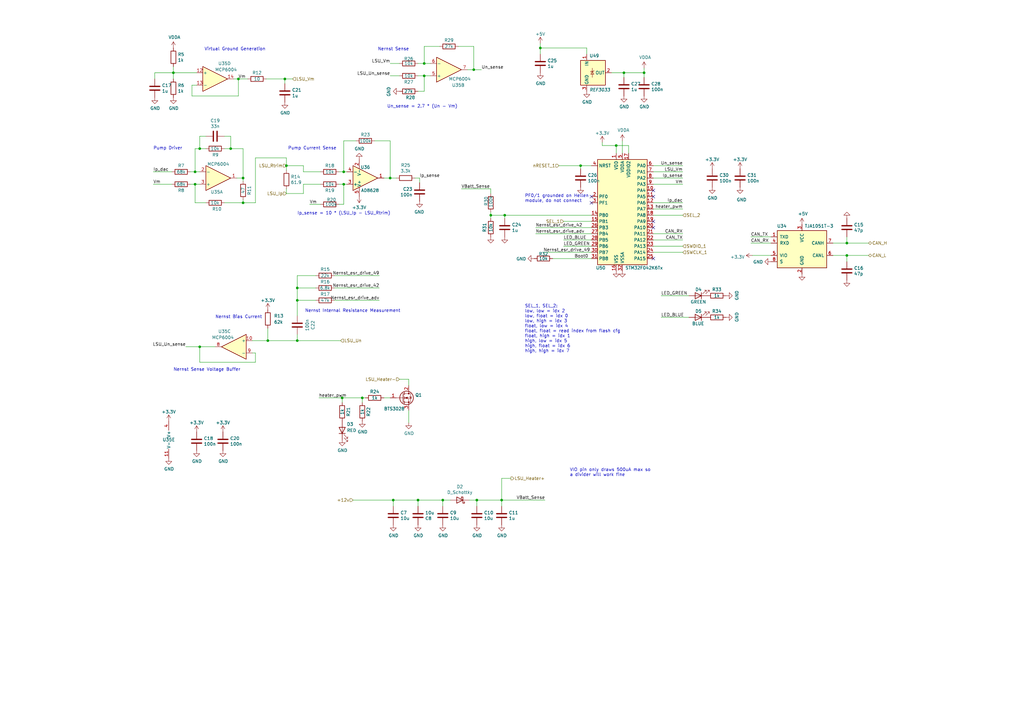
<source format=kicad_sch>
(kicad_sch (version 20231120) (generator "eeschema") (generator_version "8.0")
  (paper "A3")
  (junction (at 173.99 31.115))
  (junction (at 80.01 70.485))
  (junction (at 238.125 67.945))
  (junction (at 221.615 19.685))
  (junction (at 140.335 163.195))
  (junction (at 81.915 142.24))
  (junction (at 207.01 88.265))
  (junction (at 194.31 28.575))
  (junction (at 97.79 32.385))
  (junction (at 148.59 163.195))
  (junction (at 255.905 29.845))
  (junction (at 116.84 32.385))
  (junction (at 252.73 59.69))
  (junction (at 121.92 139.7))
  (junction (at 117.475 67.945))
  (junction (at 201.295 88.265))
  (junction (at 161.29 205.105))
  (junction (at 94.615 60.96))
  (junction (at 160.02 73.025))
  (junction (at 121.92 118.11))
  (junction (at 80.01 75.565))
  (junction (at 99.695 73.025))
  (junction (at 205.74 205.105))
  (junction (at 347.345 99.695))
  (junction (at 71.12 29.845))
  (junction (at 264.16 29.845))
  (junction (at 81.915 60.96))
  (junction (at 109.855 139.7))
  (junction (at 121.92 123.19))
  (junction (at 347.345 104.775))
  (junction (at 195.58 205.105))
  (junction (at 181.61 205.105))
  (junction (at 99.695 83.185))
  (junction (at 140.97 75.565))
  (junction (at 171.45 205.105))
  (junction (at 140.97 70.485))
  (junction (at 173.99 26.035))
  (no_connect (at 242.57 83.185))
  (no_connect (at 267.97 80.645))
  (no_connect (at 242.57 80.645))
  (no_connect (at 267.97 78.105))
  (no_connect (at 267.97 106.045))
  (no_connect (at 267.97 90.805))
  (no_connect (at 267.97 93.345))
  (wire (pts (xy 124.46 79.375) (xy 117.475 79.375)))
  (wire (pts (xy 140.97 75.565) (xy 142.24 75.565)))
  (wire (pts (xy 201.295 88.265) (xy 207.01 88.265)))
  (wire (pts (xy 117.475 64.77) (xy 117.475 67.945)))
  (wire (pts (xy 99.695 83.185) (xy 99.695 81.915)))
  (wire (pts (xy 94.615 55.88) (xy 94.615 60.96)))
  (wire (pts (xy 267.97 67.945) (xy 280.035 67.945)))
  (wire (pts (xy 97.79 32.385) (xy 95.885 32.385)))
  (wire (pts (xy 81.915 142.24) (xy 88.265 142.24)))
  (wire (pts (xy 116.84 32.385) (xy 109.22 32.385)))
  (wire (pts (xy 84.455 55.88) (xy 81.915 55.88)))
  (wire (pts (xy 71.12 29.845) (xy 71.12 32.385)))
  (wire (pts (xy 104.775 148.59) (xy 104.775 144.78)))
  (wire (pts (xy 207.01 88.265) (xy 242.57 88.265)))
  (wire (pts (xy 173.99 37.465) (xy 171.45 37.465)))
  (wire (pts (xy 240.665 19.685) (xy 221.615 19.685)))
  (wire (pts (xy 80.01 60.96) (xy 81.915 60.96)))
  (wire (pts (xy 201.295 88.265) (xy 201.295 89.535)))
  (wire (pts (xy 176.53 26.035) (xy 173.99 26.035)))
  (wire (pts (xy 231.14 98.425) (xy 242.57 98.425)))
  (wire (pts (xy 148.59 163.195) (xy 148.59 165.1)))
  (wire (pts (xy 78.105 70.485) (xy 80.01 70.485)))
  (wire (pts (xy 173.99 26.035) (xy 173.99 19.05)))
  (wire (pts (xy 78.74 39.37) (xy 97.79 39.37)))
  (wire (pts (xy 127 83.82) (xy 131.445 83.82)))
  (wire (pts (xy 195.58 207.645) (xy 195.58 205.105)))
  (wire (pts (xy 92.075 55.88) (xy 94.615 55.88)))
  (wire (pts (xy 109.855 134.62) (xy 109.855 139.7)))
  (wire (pts (xy 99.695 74.295) (xy 99.695 73.025)))
  (wire (pts (xy 116.84 34.29) (xy 116.84 32.385)))
  (wire (pts (xy 161.29 207.645) (xy 161.29 205.105)))
  (wire (pts (xy 139.065 70.485) (xy 140.97 70.485)))
  (wire (pts (xy 316.23 99.695) (xy 307.975 99.695)))
  (wire (pts (xy 242.57 67.945) (xy 238.125 67.945)))
  (wire (pts (xy 267.97 98.425) (xy 280.035 98.425)))
  (wire (pts (xy 155.575 118.11) (xy 137.16 118.11)))
  (wire (pts (xy 81.915 60.96) (xy 84.455 60.96)))
  (wire (pts (xy 267.97 100.965) (xy 280.035 100.965)))
  (wire (pts (xy 264.16 27.94) (xy 264.16 29.845)))
  (wire (pts (xy 139.065 83.82) (xy 140.97 83.82)))
  (wire (pts (xy 240.665 22.225) (xy 240.665 19.685)))
  (wire (pts (xy 80.01 83.185) (xy 80.01 75.565)))
  (wire (pts (xy 173.99 26.035) (xy 171.45 26.035)))
  (wire (pts (xy 78.105 75.565) (xy 80.01 75.565)))
  (wire (pts (xy 163.83 155.575) (xy 167.64 155.575)))
  (wire (pts (xy 189.23 77.47) (xy 201.295 77.47)))
  (wire (pts (xy 124.46 75.565) (xy 124.46 79.375)))
  (wire (pts (xy 160.02 31.115) (xy 163.83 31.115)))
  (wire (pts (xy 62.865 70.485) (xy 70.485 70.485)))
  (wire (pts (xy 242.57 90.805) (xy 231.14 90.805)))
  (wire (pts (xy 80.645 34.925) (xy 78.74 34.925)))
  (wire (pts (xy 280.035 95.885) (xy 267.97 95.885)))
  (wire (pts (xy 205.74 207.645) (xy 205.74 205.105)))
  (wire (pts (xy 109.855 139.7) (xy 121.92 139.7)))
  (wire (pts (xy 104.775 144.78) (xy 103.505 144.78)))
  (wire (pts (xy 104.775 83.185) (xy 104.775 64.77)))
  (wire (pts (xy 181.61 205.105) (xy 184.785 205.105)))
  (wire (pts (xy 247.015 59.69) (xy 252.73 59.69)))
  (wire (pts (xy 172.085 73.025) (xy 170.18 73.025)))
  (wire (pts (xy 160.02 73.025) (xy 162.56 73.025)))
  (wire (pts (xy 101.6 32.385) (xy 97.79 32.385)))
  (wire (pts (xy 226.695 106.045) (xy 242.57 106.045)))
  (wire (pts (xy 271.145 121.285) (xy 282.575 121.285)))
  (wire (pts (xy 80.01 75.565) (xy 81.915 75.565)))
  (wire (pts (xy 356.235 104.775) (xy 347.345 104.775)))
  (wire (pts (xy 192.405 205.105) (xy 195.58 205.105)))
  (wire (pts (xy 117.475 67.945) (xy 124.46 67.945)))
  (wire (pts (xy 173.99 31.115) (xy 176.53 31.115)))
  (wire (pts (xy 209.55 196.215) (xy 205.74 196.215)))
  (wire (pts (xy 139.065 75.565) (xy 140.97 75.565)))
  (wire (pts (xy 231.14 100.965) (xy 242.57 100.965)))
  (wire (pts (xy 121.92 113.03) (xy 129.54 113.03)))
  (wire (pts (xy 63.5 32.385) (xy 63.5 29.845)))
  (wire (pts (xy 257.81 59.69) (xy 257.81 62.865)))
  (wire (pts (xy 247.015 59.69) (xy 247.015 58.42)))
  (wire (pts (xy 181.61 207.645) (xy 181.61 205.105)))
  (wire (pts (xy 121.92 118.11) (xy 121.92 123.19)))
  (wire (pts (xy 80.01 60.96) (xy 80.01 70.485)))
  (wire (pts (xy 221.615 22.225) (xy 221.615 19.685)))
  (wire (pts (xy 84.455 83.185) (xy 80.01 83.185)))
  (wire (pts (xy 250.825 29.845) (xy 255.905 29.845)))
  (wire (pts (xy 71.12 27.305) (xy 71.12 29.845)))
  (wire (pts (xy 140.97 57.785) (xy 140.97 70.485)))
  (wire (pts (xy 172.085 74.93) (xy 172.085 73.025)))
  (wire (pts (xy 280.035 85.725) (xy 267.97 85.725)))
  (wire (pts (xy 167.64 155.575) (xy 167.64 158.115)))
  (wire (pts (xy 160.02 26.035) (xy 163.83 26.035)))
  (wire (pts (xy 171.45 205.105) (xy 181.61 205.105)))
  (wire (pts (xy 155.575 123.19) (xy 137.16 123.19)))
  (wire (pts (xy 76.2 142.24) (xy 81.915 142.24)))
  (wire (pts (xy 94.615 60.96) (xy 99.695 60.96)))
  (wire (pts (xy 140.97 75.565) (xy 140.97 83.82)))
  (wire (pts (xy 201.295 86.995) (xy 201.295 88.265)))
  (wire (pts (xy 252.73 59.69) (xy 257.81 59.69)))
  (wire (pts (xy 62.865 75.565) (xy 70.485 75.565)))
  (wire (pts (xy 124.46 67.945) (xy 124.46 70.485)))
  (wire (pts (xy 121.92 113.03) (xy 121.92 118.11)))
  (wire (pts (xy 124.46 70.485) (xy 131.445 70.485)))
  (wire (pts (xy 347.345 99.695) (xy 341.63 99.695)))
  (wire (pts (xy 120.015 32.385) (xy 116.84 32.385)))
  (wire (pts (xy 99.695 83.185) (xy 104.775 83.185)))
  (wire (pts (xy 255.905 29.845) (xy 264.16 29.845)))
  (wire (pts (xy 271.145 130.175) (xy 282.575 130.175)))
  (wire (pts (xy 280.035 83.185) (xy 267.97 83.185)))
  (wire (pts (xy 219.71 95.885) (xy 242.57 95.885)))
  (wire (pts (xy 308.61 104.775) (xy 316.23 104.775)))
  (wire (pts (xy 280.035 75.565) (xy 267.97 75.565)))
  (wire (pts (xy 103.505 139.7) (xy 109.855 139.7)))
  (wire (pts (xy 197.485 28.575) (xy 194.31 28.575)))
  (wire (pts (xy 99.695 73.025) (xy 97.155 73.025)))
  (wire (pts (xy 280.035 70.485) (xy 267.97 70.485)))
  (wire (pts (xy 307.975 97.155) (xy 316.23 97.155)))
  (wire (pts (xy 201.295 77.47) (xy 201.295 79.375)))
  (wire (pts (xy 267.97 88.265) (xy 280.035 88.265)))
  (wire (pts (xy 146.05 57.785) (xy 140.97 57.785)))
  (wire (pts (xy 92.075 60.96) (xy 94.615 60.96)))
  (wire (pts (xy 81.915 148.59) (xy 104.775 148.59)))
  (wire (pts (xy 81.915 142.24) (xy 81.915 148.59)))
  (wire (pts (xy 153.67 57.785) (xy 160.02 57.785)))
  (wire (pts (xy 222.885 103.505) (xy 242.57 103.505)))
  (wire (pts (xy 160.02 57.785) (xy 160.02 73.025)))
  (wire (pts (xy 121.92 139.7) (xy 121.92 137.16)))
  (wire (pts (xy 121.92 139.7) (xy 139.7 139.7)))
  (wire (pts (xy 238.125 67.945) (xy 229.235 67.945)))
  (wire (pts (xy 267.97 73.025) (xy 280.035 73.025)))
  (wire (pts (xy 160.02 73.025) (xy 157.48 73.025)))
  (wire (pts (xy 155.575 113.03) (xy 137.16 113.03)))
  (wire (pts (xy 194.31 28.575) (xy 191.77 28.575)))
  (wire (pts (xy 97.79 39.37) (xy 97.79 32.385)))
  (wire (pts (xy 173.99 37.465) (xy 173.99 31.115)))
  (wire (pts (xy 80.01 70.485) (xy 81.915 70.485)))
  (wire (pts (xy 205.74 205.105) (xy 223.52 205.105)))
  (wire (pts (xy 171.45 31.115) (xy 173.99 31.115)))
  (wire (pts (xy 104.775 64.77) (xy 117.475 64.77)))
  (wire (pts (xy 131.445 75.565) (xy 124.46 75.565)))
  (wire (pts (xy 167.64 173.355) (xy 167.64 168.275)))
  (wire (pts (xy 161.29 205.105) (xy 171.45 205.105)))
  (wire (pts (xy 121.92 123.19) (xy 121.92 129.54)))
  (wire (pts (xy 187.96 19.05) (xy 194.31 19.05)))
  (wire (pts (xy 280.035 103.505) (xy 267.97 103.505)))
  (wire (pts (xy 219.71 93.345) (xy 242.57 93.345)))
  (wire (pts (xy 149.86 163.195) (xy 148.59 163.195)))
  (wire (pts (xy 117.475 69.85) (xy 117.475 67.945)))
  (wire (pts (xy 144.78 205.105) (xy 161.29 205.105)))
  (wire (pts (xy 63.5 29.845) (xy 71.12 29.845)))
  (wire (pts (xy 140.335 165.1) (xy 140.335 163.195)))
  (wire (pts (xy 347.345 104.775) (xy 341.63 104.775)))
  (wire (pts (xy 92.075 83.185) (xy 99.695 83.185)))
  (wire (pts (xy 160.02 163.195) (xy 157.48 163.195)))
  (wire (pts (xy 140.335 163.195) (xy 148.59 163.195)))
  (wire (pts (xy 195.58 205.105) (xy 205.74 205.105)))
  (wire (pts (xy 71.12 29.845) (xy 80.645 29.845)))
  (wire (pts (xy 81.915 55.88) (xy 81.915 60.96)))
  (wire (pts (xy 121.92 118.11) (xy 129.54 118.11)))
  (wire (pts (xy 252.73 62.865) (xy 252.73 59.69)))
  (wire (pts (xy 205.74 196.215) (xy 205.74 205.105)))
  (wire (pts (xy 140.97 70.485) (xy 142.24 70.485)))
  (wire (pts (xy 221.615 19.685) (xy 221.615 17.78)))
  (wire (pts (xy 173.99 19.05) (xy 180.34 19.05)))
  (wire (pts (xy 238.125 69.215) (xy 238.125 67.945)))
  (wire (pts (xy 356.235 99.695) (xy 347.345 99.695)))
  (wire (pts (xy 117.475 77.47) (xy 117.475 79.375)))
  (wire (pts (xy 255.27 62.865) (xy 255.27 57.785)))
  (wire (pts (xy 78.74 34.925) (xy 78.74 39.37)))
  (wire (pts (xy 130.81 163.195) (xy 140.335 163.195)))
  (wire (pts (xy 347.345 97.155) (xy 347.345 99.695)))
  (wire (pts (xy 99.695 60.96) (xy 99.695 73.025)))
  (wire (pts (xy 171.45 205.105) (xy 171.45 207.645)))
  (wire (pts (xy 264.16 29.845) (xy 264.16 31.75)))
  (wire (pts (xy 121.92 123.19) (xy 129.54 123.19)))
  (wire (pts (xy 255.905 29.845) (xy 255.905 31.75)))
  (wire (pts (xy 347.345 104.775) (xy 347.345 107.315)))
  (wire (pts (xy 194.31 19.05) (xy 194.31 28.575)))
  (wire (pts (xy 207.01 89.535) (xy 207.01 88.265)))
  (text "Nernst Sense" (at 154.94 20.955 0) (effects (font (size 1.27 1.27)) (justify left bottom)))
  (text "VIO pin only draws 500uA max so\na divider will work fine" (at 233.68 195.58 0) (effects (font (size 1.27 1.27)) (justify left bottom)))
  (text "Nernst Internal Resistance Measurement" (at 125.095 128.27 0) (effects (font (size 1.27 1.27)) (justify left bottom)))
  (text "Pump Driver" (at 62.865 61.595 0) (effects (font (size 1.27 1.27)) (justify left bottom)))
  (text "Nernst Sense Voltage Buffer" (at 71.12 152.4 0) (effects (font (size 1.27 1.27)) (justify left bottom)))
  (text "Ip_sense = 10 * (LSU_Ip - LSU_Rtrim)" (at 121.92 88.265 0) (effects (font (size 1.27 1.27)) (justify left bottom)))
  (text "SEL_1, SEL_2:\nlow, low = idx 2\nlow, float = idx 0\nlow, high = idx 3\nfloat, low = idx 4\nfloat, float = read index from flash cfg\nfloat, high = idx 1\nhigh, low = idx 5\nhigh, float = idx 6\nhigh, high = idx 7\n" (at 215.265 144.78 0) (effects (font (size 1.27 1.27)) (justify left bottom)))
  (text "PF0/1 grounded on Hellen\nmodule, do not connect" (at 215.265 83.185 0) (effects (font (size 1.27 1.27)) (justify left bottom)))
  (text "Pump Current Sense" (at 118.11 61.595 0) (effects (font (size 1.27 1.27)) (justify left bottom)))
  (text "Un_sense = 2.7 * (Un - Vm)" (at 158.75 44.45 0) (effects (font (size 1.27 1.27)) (justify left bottom)))
  (text "Virtual Ground Generation" (at 83.82 20.955 0) (effects (font (size 1.27 1.27)) (justify left bottom)))
  (text "Nernst Bias Current" (at 88.265 130.81 0) (effects (font (size 1.27 1.27)) (justify left bottom)))
  (label "VBatt_Sense" (at 223.52 205.105 180))
  (label "Un_sense" (at 197.485 28.575 0))
  (label "Ip_dac" (at 280.035 83.185 180))
  (label "LSU_Vm" (at 280.035 70.485 180))
  (label "LED_GREEN" (at 271.145 121.285 0))
  (label "LED_BLUE" (at 231.14 98.425 0))
  (label "Vm" (at 97.79 32.385 0))
  (label "Un_sense" (at 280.035 67.945 180))
  (label "CAN_TX" (at 307.975 97.155 0))
  (label "LED_GREEN" (at 231.14 100.965 0))
  (label "LSU_Un_sense" (at 76.2 142.24 180))
  (label "LSU_Vm" (at 160.02 26.035 180))
  (label "LED_BLUE" (at 271.145 130.175 0))
  (label "Ip_dac" (at 62.865 70.485 0))
  (label "Boot0" (at 235.585 106.045 0))
  (label "VBatt_Sense" (at 189.23 77.47 0))
  (label "Nernst_esr_drive_42" (at 155.575 118.11 180))
  (label "Nernst_esr_drive_49" (at 155.575 113.03 180))
  (label "Nernst_esr_drive_adv" (at 219.71 95.885 0))
  (label "CAN_TX" (at 280.035 98.425 180))
  (label "Ip_sense" (at 172.085 73.025 0))
  (label "CAN_RX" (at 307.975 99.695 0))
  (label "Nernst_esr_drive_49" (at 222.885 103.505 0))
  (label "Nernst_esr_drive_adv" (at 155.575 123.19 180))
  (label "LSU_Un_sense" (at 160.02 31.115 180))
  (label "Ip_sense" (at 280.035 73.025 180))
  (label "Vm" (at 127 83.82 0))
  (label "Vm" (at 280.035 75.565 180))
  (label "Vm" (at 62.865 75.565 0))
  (label "Nernst_esr_drive_42" (at 219.71 93.345 0))
  (label "heater_pwm" (at 130.81 163.195 0))
  (label "heater_pwm" (at 280.035 85.725 180))
  (label "CAN_RX" (at 280.035 95.885 180))
  (hierarchical_label "SEL_1" (shape input) (at 231.14 90.805 180))
  (hierarchical_label "LSU_Heater+" (shape output) (at 209.55 196.215 0))
  (hierarchical_label "CAN_L" (shape bidirectional) (at 356.235 104.775 0))
  (hierarchical_label "nRESET_1" (shape input) (at 229.235 67.945 180))
  (hierarchical_label "SWCLK_1" (shape input) (at 280.035 103.505 0))
  (hierarchical_label "SEL_2" (shape input) (at 280.035 88.265 0))
  (hierarchical_label "SWDIO_1" (shape input) (at 280.035 100.965 0))
  (hierarchical_label "+12v" (shape input) (at 144.78 205.105 180) (property "Intersheetrefs" "${INTERSHEET_REFS}" (effects (hide yes))))
  (hierarchical_label "LSU_Ip" (shape input) (at 117.475 79.375 180))
  (hierarchical_label "LSU_Vm" (shape input) (at 120.015 32.385 0))
  (hierarchical_label "LSU_Rtrim" (shape input) (at 117.475 67.945 180))
  (hierarchical_label "LSU_Heater-" (shape input) (at 163.83 155.575 180))
  (hierarchical_label "LSU_Un" (shape input) (at 139.7 139.7 0))
  (hierarchical_label "CAN_H" (shape bidirectional) (at 356.235 99.695 0))
  (symbol (lib_id "Device:R") (at 149.86 57.785 270) (unit 1)
    (property "Reference" "R23" (at 149.86 55.245 90))
    (property "Value" "100k" (at 149.86 57.785 90))
    (property "Footprint" "Resistor_SMD:R_0402_1005Metric" (effects (hide yes)))
    (property "LCSC" "C25741" (effects (hide yes)))
    (property "PN" "RC0402FR-07100KL" (effects (hide yes)))
    (instances (project "ECUGDI" (path "" (reference "R23") (unit 1))) (project "wideband_controller" (path "" (reference "R17") (unit 1))))
  )
  (symbol (lib_id "Device:C") (at 63.5 36.195 0) (unit 1)
    (property "Reference" "C17" (at 66.421 35.0266 0) (effects (justify left)))
    (property "Value" "1u" (at 66.421 37.338 0) (effects (justify left)))
    (property "Footprint" "Capacitor_SMD:C_0402_1005Metric" (effects (hide yes)))
    (property "LCSC" "C52923" (effects (hide yes)))
    (property "PN" "CL05A105KA5NQNC" (effects (hide yes)))
    (instances (project "ECUGDI" (path "" (reference "C17") (unit 1))) (project "wideband_controller" (path "" (reference "C1") (unit 1))))
  )
  (symbol (lib_id "Device:R") (at 135.255 70.485 270) (unit 1)
    (property "Reference" "R18" (at 135.255 67.945 90))
    (property "Value" "10k" (at 135.255 70.485 90))
    (property "Footprint" "Resistor_SMD:R_0402_1005Metric" (effects (hide yes)))
    (property "LCSC" "C25744" (effects (hide yes)))
    (property "PN" "RC0402FR-0710KL" (effects (hide yes)))
    (instances (project "ECUGDI" (path "" (reference "R18") (unit 1))) (project "wideband_controller" (path "" (reference "R11") (unit 1))))
  )
  (symbol (lib_id "Device:R") (at 201.295 93.345 0) (unit 1)
    (property "Reference" "R31" (at 198.755 93.345 90))
    (property "Value" "10k" (at 201.295 93.345 90))
    (property "Footprint" "Resistor_SMD:R_0402_1005Metric" (effects (hide yes)))
    (property "LCSC" "C25744" (effects (hide yes)))
    (property "PN" "RC0402FR-0710KL" (effects (hide yes)))
    (instances (project "ECUGDI" (path "" (reference "R31") (unit 1))) (project "wideband_controller" (path "" (reference "R21") (unit 1))))
  )
  (symbol (lib_id "Device:C") (at 80.645 180.975 0) (unit 1)
    (property "Reference" "C18" (at 83.566 179.8066 0) (effects (justify left)))
    (property "Value" "100n" (at 83.566 182.118 0) (effects (justify left)))
    (property "Footprint" "Capacitor_SMD:C_0402_1005Metric" (effects (hide yes)))
    (property "LCSC" "C1525" (effects (hide yes)))
    (property "PN" "CL05B104KO5NNNC" (effects (hide yes)))
    (instances (project "ECUGDI" (path "" (reference "C18") (unit 1))) (project "wideband_controller" (path "" (reference "C14") (unit 1))))
  )
  (symbol (lib_id "Amplifier_Operational:MCP6004") (at 89.535 73.025 0) (mirror x) (unit 1)
    (property "Reference" "U35" (at 88.9 78.74 0))
    (property "Value" "MCP6004" (at 89.535 67.31 0))
    (property "Footprint" "Package_SO:TSSOP-14_4.4x5mm_P0.65mm" (effects (hide yes)))
    (property "Datasheet" "http://ww1.microchip.com/downloads/en/DeviceDoc/21733j.pdf" (effects (hide yes)))
    (property "LCSC" "C50282" (effects (hide yes)))
    (property "PN" "MCP6004T-I/ST" (effects (hide yes)))
    (instances (project "ECUGDI" (path "" (reference "U35") (unit 1))) (project "wideband_controller" (path "" (reference "U1") (unit 1))))
  )
  (symbol (lib_id "power:GND") (at 240.665 37.465 0) (unit 1)
    (property "Reference" "#PWR0291" (effects (hide yes)))
    (property "Value" "GND" (at 240.792 41.8592 0))
    (instances (project "ECUGDI" (path "" (reference "#PWR0291") (unit 1))) (project "wideband_controller" (path "" (reference "#PWR0115") (unit 1))))
  )
  (symbol (lib_id "Device:R") (at 153.67 163.195 270) (unit 1)
    (property "Reference" "R24" (at 153.67 160.655 90))
    (property "Value" "1k" (at 153.67 163.195 90))
    (property "Footprint" "Resistor_SMD:R_0402_1005Metric" (effects (hide yes)))
    (property "LCSC" "C11702" (effects (hide yes)))
    (property "PN" "RC0402FR-071KL" (effects (hide yes)))
    (instances (project "ECUGDI" (path "" (reference "R24") (unit 1))) (project "wideband_controller" (path "" (reference "R25") (unit 1))))
  )
  (symbol (lib_id "power:GND") (at 181.61 215.265 0) (unit 1)
    (property "Reference" "#PWR018" (effects (hide yes)))
    (property "Value" "GND" (at 181.737 219.6592 0))
    (instances (project "ECUGDI" (path "" (reference "#PWR018") (unit 1))) (project "board_carrier" (path "" (reference "#PWR0118") (unit 1))))
  )
  (symbol (lib_id "Device:D_Schottky") (at 188.595 205.105 180) (unit 1)
    (property "Reference" "D2" (at 188.595 199.6186 0))
    (property "Value" "D_Schottky" (at 188.595 201.93 0))
    (property "Footprint" "Diode_SMD:D_SMA" (effects (hide yes)))
    (property "LCSC" "C22452" (effects (hide yes)))
    (property "PN" "SS54" (effects (hide yes)))
  )
  (symbol (lib_id "power:GND") (at 255.27 111.125 0) (unit 1)
    (property "Reference" "#PWR0295" (effects (hide yes)))
    (property "Value" "GND" (effects (hide yes)))
    (instances (project "ECUGDI" (path "" (reference "#PWR0295") (unit 1))) (project "wideband_controller" (path "" (reference "#PWR0126") (unit 1))))
  )
  (symbol (lib_id "power:GND") (at 347.345 89.535 180) (unit 1)
    (property "Reference" "#PWR035" (effects (hide yes)))
    (property "Value" "GND" (effects (hide yes)))
    (instances (project "ECUGDI" (path "" (reference "#PWR035") (unit 1))) (project "board_carrier" (path "" (reference "#PWR0116") (unit 1))))
  )
  (symbol (lib_id "power:GND") (at 328.93 112.395 0) (unit 1)
    (property "Reference" "#PWR034" (effects (hide yes)))
    (property "Value" "GND" (effects (hide yes)))
    (instances (project "ECUGDI" (path "" (reference "#PWR034") (unit 1))) (project "board_carrier" (path "" (reference "#PWR0101") (unit 1))))
  )
  (symbol (lib_id "Device:C") (at 88.265 55.88 270) (unit 1)
    (property "Reference" "C19" (at 88.265 49.4792 90))
    (property "Value" "33n" (at 88.265 51.7906 90))
    (property "Footprint" "Capacitor_SMD:C_0402_1005Metric" (effects (hide yes)))
    (property "LCSC" "C1585" (effects (hide yes)))
    (property "PN" "CC0402KRX7R9BB333" (effects (hide yes)))
    (instances (project "ECUGDI" (path "" (reference "C19") (unit 1))) (project "wideband_controller" (path "" (reference "C3") (unit 1))))
  )
  (symbol (lib_id "power:VDDA") (at 264.16 27.94 0) (unit 1)
    (property "Reference" "#PWR0297" (effects (hide yes)))
    (property "Value" "VDDA" (at 264.5918 23.5458 0))
    (instances (project "ECUGDI" (path "" (reference "#PWR0297") (unit 1))) (project "wideband_controller" (path "" (reference "#PWR0136") (unit 1))))
  )
  (symbol (lib_id "power:GND") (at 167.64 173.355 0) (unit 1)
    (property "Reference" "#PWR05" (effects (hide yes)))
    (property "Value" "GND" (at 167.767 177.7492 0))
    (instances (project "ECUGDI" (path "" (reference "#PWR05") (unit 1))) (project "wideband_controller" (path "" (reference "#PWR0107") (unit 1))))
  )
  (symbol (lib_id "power:+3.3V") (at 247.015 58.42 0) (unit 1)
    (property "Reference" "#PWR083" (effects (hide yes)))
    (property "Value" "+3.3V" (at 247.015 54.61 0))
  )
  (symbol (lib_id "Device:C") (at 205.74 211.455 0) (unit 1)
    (property "Reference" "C11" (at 208.661 210.2866 0) (effects (justify left)))
    (property "Value" "1u" (at 208.661 212.598 0) (effects (justify left)))
    (property "Footprint" "Capacitor_SMD:C_0603_1608Metric" (effects (hide yes)))
    (property "LCSC" "C15849" (effects (hide yes)))
    (property "PN" "CL10A105KB8NNNC" (effects (hide yes)))
    (instances (project "ECUGDI" (path "" (reference "C11") (unit 1))) (project "board_carrier" (path "" (reference "C1") (unit 1))))
  )
  (symbol (lib_id "Device:C") (at 292.1 73.025 0) (unit 1)
    (property "Reference" "C30" (at 295.021 71.8566 0) (effects (justify left)))
    (property "Value" "100n" (at 295.021 74.168 0) (effects (justify left)))
    (property "Footprint" "Capacitor_SMD:C_0402_1005Metric" (effects (hide yes)))
    (property "LCSC" "C1525" (effects (hide yes)))
    (property "PN" "CL05B104KO5NNNC" (effects (hide yes)))
    (instances (project "ECUGDI" (path "" (reference "C30") (unit 1))) (project "wideband_controller" (path "" (reference "C12") (unit 1))))
  )
  (symbol (lib_id "Amplifier_Operational:MCP6004") (at 88.265 32.385 0) (unit 4)
    (property "Reference" "U35" (at 92.075 26.035 0))
    (property "Value" "MCP6004" (at 92.71 28.575 0))
    (property "Footprint" "Package_SO:TSSOP-14_4.4x5mm_P0.65mm" (effects (hide yes)))
    (property "Datasheet" "http://ww1.microchip.com/downloads/en/DeviceDoc/21733j.pdf" (effects (hide yes)))
    (property "LCSC" "C50282" (effects (hide yes)))
    (property "PN" "MCP6004T-I/ST" (effects (hide yes)))
    (instances (project "ECUGDI" (path "" (reference "U35") (unit 4))) (project "wideband_controller" (path "" (reference "U1") (unit 4))))
  )
  (symbol (lib_id "Device:R") (at 88.265 83.185 270) (unit 1)
    (property "Reference" "R10" (at 86.995 85.725 90) (effects (justify left)))
    (property "Value" "10k" (at 86.36 83.185 90) (effects (justify left)))
    (property "Footprint" "Resistor_SMD:R_0402_1005Metric" (effects (hide yes)))
    (property "LCSC" "C25744" (effects (hide yes)))
    (property "PN" "RC0402FR-0710KL" (effects (hide yes)))
    (instances (project "ECUGDI" (path "" (reference "R10") (unit 1))) (project "wideband_controller" (path "" (reference "R34") (unit 1))))
  )
  (symbol (lib_id "power:GND") (at 71.12 40.005 0) (unit 1)
    (property "Reference" "#PWR041" (effects (hide yes)))
    (property "Value" "GND" (at 71.247 44.3992 0))
    (instances (project "ECUGDI" (path "" (reference "#PWR041") (unit 1))) (project "wideband_controller" (path "" (reference "#PWR03") (unit 1))))
  )
  (symbol (lib_id "Amplifier_Operational:MCP6004") (at 95.885 142.24 0) (mirror y) (unit 3)
    (property "Reference" "U35" (at 92.075 135.89 0))
    (property "Value" "MCP6004" (at 91.44 138.43 0))
    (property "Footprint" "Package_SO:TSSOP-14_4.4x5mm_P0.65mm" (effects (hide yes)))
    (property "Datasheet" "http://ww1.microchip.com/downloads/en/DeviceDoc/21733j.pdf" (effects (hide yes)))
    (property "LCSC" "C50282" (effects (hide yes)))
    (property "PN" "MCP6004T-I/ST" (effects (hide yes)))
    (instances (project "ECUGDI" (path "" (reference "U35") (unit 3))) (project "wideband_controller" (path "" (reference "U1") (unit 3))))
  )
  (symbol (lib_id "Device:R") (at 133.35 113.03 90) (unit 1)
    (property "Reference" "R15" (at 133.35 110.49 90))
    (property "Value" "22k" (at 133.35 113.03 90))
    (property "Footprint" "Resistor_SMD:R_0402_1005Metric" (effects (hide yes)))
    (property "LCSC" "C25768" (effects (hide yes)))
    (property "PN" "RC0402FR-0722KL" (effects (hide yes)))
    (instances (project "ECUGDI" (path "" (reference "R15") (unit 1))) (project "wideband_controller" (path "" (reference "R6") (unit 1))))
  )
  (symbol (lib_id "power:GND") (at 255.905 39.37 0) (unit 1)
    (property "Reference" "#PWR0296" (effects (hide yes)))
    (property "Value" "GND" (at 256.032 43.7642 0))
    (instances (project "ECUGDI" (path "" (reference "#PWR0296") (unit 1))) (project "wideband_controller" (path "" (reference "#PWR022") (unit 1))))
  )
  (symbol (lib_id "power:GND") (at 221.615 29.845 0) (unit 1)
    (property "Reference" "#PWR0289" (effects (hide yes)))
    (property "Value" "GND" (at 221.742 34.2392 0))
    (instances (project "ECUGDI" (path "" (reference "#PWR0289") (unit 1))) (project "wideband_controller" (path "" (reference "#PWR0139") (unit 1))))
  )
  (symbol (lib_id "power:GND") (at 219.075 106.045 270) (unit 1)
    (property "Reference" "#PWR0281" (effects (hide yes)))
    (property "Value" "GND" (at 215.8238 106.172 90) (effects (justify right)))
    (instances (project "ECUGDI" (path "" (reference "#PWR0281") (unit 1))) (project "wideband_controller" (path "" (reference "#PWR0120") (unit 1))))
  )
  (symbol (lib_id "power:GND") (at 252.73 111.125 0) (unit 1)
    (property "Reference" "#PWR0293" (effects (hide yes)))
    (property "Value" "GND" (effects (hide yes)))
    (instances (project "ECUGDI" (path "" (reference "#PWR0293") (unit 1))) (project "wideband_controller" (path "" (reference "#PWR0105") (unit 1))))
  )
  (symbol (lib_id "Device:C") (at 171.45 211.455 0) (mirror x) (unit 1)
    (property "Reference" "C8" (at 174.371 212.6234 0) (effects (justify left)))
    (property "Value" "10u" (at 174.371 210.312 0) (effects (justify left)))
    (property "Footprint" "Capacitor_SMD:C_1206_3216Metric" (effects (hide yes)))
    (property "LCSC" "C13585" (effects (hide yes)))
    (property "PN" "CL31A106KBHNNNE" (effects (hide yes)))
  )
  (symbol (lib_id "power:GND") (at 80.645 184.785 0) (unit 1)
    (property "Reference" "#PWR043" (effects (hide yes)))
    (property "Value" "GND" (at 80.772 189.1792 0))
    (instances (project "ECUGDI" (path "" (reference "#PWR043") (unit 1))) (project "wideband_controller" (path "" (reference "#PWR0117") (unit 1))))
  )
  (symbol (lib_id "Device:R") (at 140.335 168.91 180) (unit 1)
    (property "Reference" "R21" (at 142.875 168.91 90))
    (property "Value" "1k" (at 140.335 168.91 90))
    (property "Footprint" "Resistor_SMD:R_0402_1005Metric" (effects (hide yes)))
    (property "LCSC" "C11702" (effects (hide yes)))
    (property "PN" "RC0402FR-071KL" (effects (hide yes)))
    (instances (project "ECUGDI" (path "" (reference "R21") (unit 1))) (project "wideband_controller" (path "" (reference "R27") (unit 1))))
  )
  (symbol (lib_id "Device:C") (at 303.53 73.025 0) (unit 1)
    (property "Reference" "C31" (at 306.451 71.8566 0) (effects (justify left)))
    (property "Value" "100n" (at 306.451 74.168 0) (effects (justify left)))
    (property "Footprint" "Capacitor_SMD:C_0402_1005Metric" (effects (hide yes)))
    (property "LCSC" "C1525" (effects (hide yes)))
    (property "PN" "CL05B104KO5NNNC" (effects (hide yes)))
    (instances (project "ECUGDI" (path "" (reference "C31") (unit 1))) (project "wideband_controller" (path "" (reference "C13") (unit 1))))
  )
  (symbol (lib_id "Device:R") (at 167.64 26.035 90) (unit 1)
    (property "Reference" "R26" (at 167.64 24.13 90))
    (property "Value" "10k" (at 167.64 26.035 90))
    (property "Footprint" "Resistor_SMD:R_0402_1005Metric" (effects (hide yes)))
    (property "LCSC" "C25744" (effects (hide yes)))
    (property "PN" "RC0402FR-0710KL" (effects (hide yes)))
    (instances (project "ECUGDI" (path "" (reference "R26") (unit 1))) (project "wideband_controller" (path "" (reference "R3") (unit 1))))
  )
  (symbol (lib_id "Device:C") (at 264.16 35.56 0) (unit 1)
    (property "Reference" "C28" (at 267.081 34.3916 0) (effects (justify left)))
    (property "Value" "100n" (at 267.081 36.703 0) (effects (justify left)))
    (property "Footprint" "Capacitor_SMD:C_0402_1005Metric" (effects (hide yes)))
    (property "LCSC" "C1525" (effects (hide yes)))
    (property "PN" "CL05B104KO5NNNC" (effects (hide yes)))
    (instances (project "ECUGDI" (path "" (reference "C28") (unit 1))) (project "wideband_controller" (path "" (reference "C9") (unit 1))))
  )
  (symbol (lib_id "Device:C") (at 91.44 180.975 0) (unit 1)
    (property "Reference" "C20" (at 94.361 179.8066 0) (effects (justify left)))
    (property "Value" "100n" (at 94.361 182.118 0) (effects (justify left)))
    (property "Footprint" "Capacitor_SMD:C_0402_1005Metric" (effects (hide yes)))
    (property "LCSC" "C1525" (effects (hide yes)))
    (property "PN" "CL05B104KO5NNNC" (effects (hide yes)))
    (instances (project "ECUGDI" (path "" (reference "C20") (unit 1))) (project "wideband_controller" (path "" (reference "C5") (unit 1))))
  )
  (symbol (lib_id "power:+5V") (at 221.615 17.78 0) (unit 1)
    (property "Reference" "#PWR0282" (effects (hide yes)))
    (property "Value" "+5V" (at 221.615 13.97 0))
    (instances (project "ECUGDI" (path "" (reference "#PWR0282") (unit 1))) (project "wideband_controller" (path "" (reference "#PWR0135") (unit 1))))
  )
  (symbol (lib_id "Device:R") (at 167.64 37.465 270) (unit 1)
    (property "Reference" "R28" (at 166.37 40.005 90) (effects (justify left)))
    (property "Value" "27k" (at 165.735 37.465 90) (effects (justify left)))
    (property "Footprint" "Resistor_SMD:R_0402_1005Metric" (effects (hide yes)))
    (property "LCSC" "C25771" (effects (hide yes)))
    (property "PN" "RC0402FR-0727KL" (effects (hide yes)))
    (instances (project "ECUGDI" (path "" (reference "R28") (unit 1))) (project "wideband_controller" (path "" (reference "R5") (unit 1))))
  )
  (symbol (lib_id "Device:R") (at 109.855 130.81 0) (unit 1)
    (property "Reference" "R13" (at 112.395 129.5399 0) (effects (justify left)))
    (property "Value" "62k" (at 112.395 132.0799 0) (effects (justify left)))
    (property "Footprint" "Resistor_SMD:R_0603_1608Metric" (effects (hide yes)))
    (property "LCSC" "C23221" (effects (hide yes)))
    (property "PN" "RC0603FR-0762KL" (effects (hide yes)))
    (instances (project "ECUGDI" (path "" (reference "R13") (unit 1))) (project "wideband_controller" (path "" (reference "R14") (unit 1))))
  )
  (symbol (lib_id "Device:C") (at 161.29 211.455 0) (unit 1)
    (property "Reference" "C7" (at 164.211 210.2866 0) (effects (justify left)))
    (property "Value" "10u" (at 164.211 212.598 0) (effects (justify left)))
    (property "Footprint" "Capacitor_SMD:C_1206_3216Metric" (effects (hide yes)))
    (property "LCSC" "C13585" (effects (hide yes)))
    (property "PN" "CL31A106KBHNNNE" (effects (hide yes)))
  )
  (symbol (lib_id "power:GND") (at 171.45 215.265 0) (unit 1)
    (property "Reference" "#PWR017" (effects (hide yes)))
    (property "Value" "GND" (at 171.577 219.6592 0))
    (instances (project "ECUGDI" (path "" (reference "#PWR017") (unit 1))) (project "board_carrier" (path "" (reference "#PWR0119") (unit 1))))
  )
  (symbol (lib_id "power:GND") (at 91.44 184.785 0) (unit 1)
    (property "Reference" "#PWR045" (effects (hide yes)))
    (property "Value" "GND" (at 91.567 189.1792 0))
    (instances (project "ECUGDI" (path "" (reference "#PWR045") (unit 1))) (project "wideband_controller" (path "" (reference "#PWR0127") (unit 1))))
  )
  (symbol (lib_id "power:+3.3V") (at 109.855 127 0) (unit 1)
    (property "Reference" "#PWR046" (effects (hide yes)))
    (property "Value" "+3.3V" (at 109.855 123.19 0))
  )
  (symbol (lib_id "Device:R") (at 135.255 75.565 270) (unit 1)
    (property "Reference" "R19" (at 135.255 78.105 90))
    (property "Value" "10k" (at 135.255 75.565 90))
    (property "Footprint" "Resistor_SMD:R_0402_1005Metric" (effects (hide yes)))
    (property "LCSC" "C25744" (effects (hide yes)))
    (property "PN" "RC0402FR-0710KL" (effects (hide yes)))
    (instances (project "ECUGDI" (path "" (reference "R19") (unit 1))) (project "wideband_controller" (path "" (reference "R12") (unit 1))))
  )
  (symbol (lib_id "power:+3.3V") (at 80.645 177.165 0) (unit 1)
    (property "Reference" "#PWR042" (effects (hide yes)))
    (property "Value" "+3.3V" (at 80.645 173.355 0))
  )
  (symbol (lib_id "Device:R") (at 133.35 118.11 90) (unit 1)
    (property "Reference" "R16" (at 133.35 115.57 90))
    (property "Value" "6.8k" (at 133.35 118.11 90))
    (property "Footprint" "Resistor_SMD:R_0402_1005Metric" (effects (hide yes)))
    (property "LCSC" "C25917" (effects (hide yes)))
    (property "PN" "RC0402FR-076K8L" (effects (hide yes)))
  )
  (symbol (lib_id "Device:R") (at 88.265 60.96 270) (unit 1)
    (property "Reference" "R9" (at 86.995 63.5 90) (effects (justify left)))
    (property "Value" "10k" (at 86.36 60.96 90) (effects (justify left)))
    (property "Footprint" "Resistor_SMD:R_0402_1005Metric" (effects (hide yes)))
    (property "LCSC" "C25744" (effects (hide yes)))
    (property "PN" "RC0402FR-0710KL" (effects (hide yes)))
    (instances (project "ECUGDI" (path "" (reference "R9") (unit 1))) (project "wideband_controller" (path "" (reference "R33") (unit 1))))
  )
  (symbol (lib_id "Device:C") (at 221.615 26.035 0) (unit 1)
    (property "Reference" "C25" (at 224.536 24.8666 0) (effects (justify left)))
    (property "Value" "1u" (at 224.536 27.178 0) (effects (justify left)))
    (property "Footprint" "Capacitor_SMD:C_0402_1005Metric" (effects (hide yes)))
    (property "LCSC" "C52923" (effects (hide yes)))
    (property "PN" "CL05A105KA5NQNC" (effects (hide yes)))
    (instances (project "ECUGDI" (path "" (reference "C25") (unit 1))) (project "wideband_controller" (path "" (reference "C17") (unit 1))))
  )
  (symbol (lib_id "Device:R") (at 71.12 23.495 0) (unit 1)
    (property "Reference" "R5" (at 72.898 22.3266 0) (effects (justify left)))
    (property "Value" "1k" (at 72.898 24.638 0) (effects (justify left)))
    (property "Footprint" "Resistor_SMD:R_0402_1005Metric" (effects (hide yes)))
    (property "LCSC" "C11702" (effects (hide yes)))
    (property "PN" "RC0402FR-071KL" (effects (hide yes)))
    (instances (project "ECUGDI" (path "" (reference "R5") (unit 1))) (project "wideband_controller" (path "" (reference "R1") (unit 1))))
  )
  (symbol (lib_id "Interface_CAN_LIN:TJA1051T-3") (at 328.93 102.235 0) (unit 1)
    (property "Reference" "U34" (at 320.675 92.71 0))
    (property "Value" "TJA1051T-3" (at 335.915 92.71 0))
    (property "Footprint" "Package_SO:SOIC-8_3.9x4.9mm_P1.27mm" (effects (hide yes)))
    (property "Datasheet" "http://www.nxp.com/documents/data_sheet/TJA1051.pdf" (effects (hide yes)))
    (property "LCSC" "C38695" (effects (hide yes)))
    (property "PN" "TJA1051T/3/1J" (effects (hide yes)))
    (instances (project "ECUGDI" (path "" (reference "U34") (unit 1))) (project "board_carrier" (path "" (reference "U1") (unit 1))))
  )
  (symbol (lib_id "Device:R") (at 294.005 121.285 270) (unit 1)
    (property "Reference" "R33" (at 294.005 118.745 90))
    (property "Value" "1k" (at 294.005 121.285 90))
    (property "Footprint" "Resistor_SMD:R_0402_1005Metric" (effects (hide yes)))
    (property "LCSC" "C11702" (effects (hide yes)))
    (property "PN" "RC0402FR-071KL" (effects (hide yes)))
    (instances (project "ECUGDI" (path "" (reference "R33") (unit 1))) (project "wideband_controller" (path "" (reference "R30") (unit 1))))
  )
  (symbol (lib_id "power:+3.3V") (at 303.53 69.215 0) (unit 1)
    (property "Reference" "#PWR081" (effects (hide yes)))
    (property "Value" "+3.3V" (at 303.53 65.405 0))
  )
  (symbol (lib_id "Device:LED") (at 140.335 176.53 90) (unit 1)
    (property "Reference" "D3" (at 142.24 173.99 90) (effects (justify right)))
    (property "Value" "RED" (at 142.24 176.53 90) (effects (justify right)))
    (property "Footprint" "LED_SMD:LED_0603_1608Metric" (effects (hide yes)))
    (property "LCSC" "C2286" (effects (hide yes)))
    (property "PN" "KT-0603R" (effects (hide yes)))
    (instances (project "ECUGDI" (path "" (reference "D3") (unit 1))) (project "wideband_controller" (path "" (reference "D1") (unit 1))))
  )
  (symbol (lib_id "power:GND") (at 161.29 215.265 0) (unit 1)
    (property "Reference" "#PWR016" (effects (hide yes)))
    (property "Value" "GND" (at 161.417 219.6592 0))
    (instances (project "ECUGDI" (path "" (reference "#PWR016") (unit 1))) (project "board_carrier" (path "" (reference "#PWR0120") (unit 1))))
  )
  (symbol (lib_id "power:GND") (at 172.085 82.55 0) (mirror y) (unit 1)
    (property "Reference" "#PWR0125" (effects (hide yes)))
    (property "Value" "GND" (at 171.958 86.9442 0))
    (instances (project "ECUGDI" (path "" (reference "#PWR0125") (unit 1))) (project "wideband_controller" (path "" (reference "#PWR0106") (unit 1))))
  )
  (symbol (lib_id "Device:C") (at 116.84 38.1 0) (unit 1)
    (property "Reference" "C21" (at 119.761 36.9316 0) (effects (justify left)))
    (property "Value" "1u" (at 119.761 39.243 0) (effects (justify left)))
    (property "Footprint" "Capacitor_SMD:C_0402_1005Metric" (effects (hide yes)))
    (property "LCSC" "C52923" (effects (hide yes)))
    (property "PN" "CL05A105KA5NQNC" (effects (hide yes)))
    (instances (project "ECUGDI" (path "" (reference "C21") (unit 1))) (project "wideband_controller" (path "" (reference "C4") (unit 1))))
  )
  (symbol (lib_id "power:GND") (at 69.215 187.96 0) (unit 1)
    (property "Reference" "#PWR039" (effects (hide yes)))
    (property "Value" "GND" (at 69.342 192.3542 0))
    (instances (project "ECUGDI" (path "" (reference "#PWR039") (unit 1))) (project "wideband_controller" (path "" (reference "#PWR0101") (unit 1))))
  )
  (symbol (lib_id "Device:C") (at 238.125 73.025 0) (unit 1)
    (property "Reference" "C26" (at 241.046 71.8566 0) (effects (justify left)))
    (property "Value" "100n" (at 241.046 74.168 0) (effects (justify left)))
    (property "Footprint" "Capacitor_SMD:C_0402_1005Metric" (effects (hide yes)))
    (property "LCSC" "C1525" (effects (hide yes)))
    (property "PN" "CL05B104KO5NNNC" (effects (hide yes)))
    (instances (project "ECUGDI" (path "" (reference "C26") (unit 1))) (project "wideband_controller" (path "" (reference "C16") (unit 1))))
  )
  (symbol (lib_id "Device:R") (at 99.695 78.105 180) (unit 1)
    (property "Reference" "R11" (at 102.235 78.105 90))
    (property "Value" "47" (at 99.695 78.105 90))
    (property "Footprint" "Resistor_SMD:R_0402_1005Metric" (effects (hide yes)))
    (property "LCSC" "C25118" (effects (hide yes)))
    (property "PN" "RC0402FR-0747RL" (effects (hide yes)))
    (instances (project "ECUGDI" (path "" (reference "R11") (unit 1))) (project "wideband_controller" (path "" (reference "R8") (unit 1))))
  )
  (symbol (lib_id "Device:R") (at 201.295 83.185 0) (unit 1)
    (property "Reference" "R30" (at 199.39 84.455 90) (effects (justify left)))
    (property "Value" "100k" (at 201.295 85.09 90) (effects (justify left)))
    (property "Footprint" "Resistor_SMD:R_0402_1005Metric" (effects (hide yes)))
    (property "LCSC" "C25741" (effects (hide yes)))
    (property "PN" "RC0402FR-07100KL" (effects (hide yes)))
    (instances (project "ECUGDI" (path "" (reference "R30") (unit 1))) (project "wideband_controller" (path "" (reference "R20") (unit 1))))
  )
  (symbol (lib_id "Device:C") (at 172.085 78.74 0) (mirror y) (unit 1)
    (property "Reference" "C23" (at 169.164 77.5716 0) (effects (justify left)))
    (property "Value" "100n" (at 169.164 79.883 0) (effects (justify left)))
    (property "Footprint" "Capacitor_SMD:C_0402_1005Metric" (effects (hide yes)))
    (property "LCSC" "C1525" (effects (hide yes)))
    (property "PN" "CL05B104KO5NNNC" (effects (hide yes)))
    (instances (project "ECUGDI" (path "" (reference "C23") (unit 1))) (project "wideband_controller" (path "" (reference "C11") (unit 1))))
  )
  (symbol (lib_id "power:VDDA") (at 255.27 57.785 0) (unit 1)
    (property "Reference" "#PWR0294" (effects (hide yes)))
    (property "Value" "VDDA" (at 255.7018 53.3908 0))
    (instances (project "ECUGDI" (path "" (reference "#PWR0294") (unit 1))) (project "wideband_controller" (path "" (reference "#PWR0137") (unit 1))))
  )
  (symbol (lib_id "power:GND") (at 264.16 39.37 0) (unit 1)
    (property "Reference" "#PWR0298" (effects (hide yes)))
    (property "Value" "GND" (at 264.287 43.7642 0))
    (instances (project "ECUGDI" (path "" (reference "#PWR0298") (unit 1))) (project "wideband_controller" (path "" (reference "#PWR025") (unit 1))))
  )
  (symbol (lib_id "Device:LED") (at 286.385 121.285 180) (unit 1)
    (property "Reference" "D4" (at 285.115 118.745 0) (effects (justify right)))
    (property "Value" "GREEN" (at 283.21 123.825 0) (effects (justify right)))
    (property "Footprint" "LED_SMD:LED_0603_1608Metric" (effects (hide yes)))
    (property "LCSC" "C72043" (effects (hide yes)))
    (property "PN" "19-217/GHC-YR1S2/3T" (effects (hide yes)))
    (instances (project "ECUGDI" (path "" (reference "D4") (unit 1))) (project "wideband_controller" (path "" (reference "D2") (unit 1))))
  )
  (symbol (lib_id "Device:C") (at 181.61 211.455 0) (unit 1)
    (property "Reference" "C9" (at 184.531 210.2866 0) (effects (justify left)))
    (property "Value" "10u" (at 184.531 212.598 0) (effects (justify left)))
    (property "Footprint" "Capacitor_SMD:C_1206_3216Metric" (effects (hide yes)))
    (property "LCSC" "C13585" (effects (hide yes)))
    (property "PN" "CL31A106KBHNNNE" (effects (hide yes)))
  )
  (symbol (lib_id "Device:LED") (at 286.385 130.175 180) (unit 1)
    (property "Reference" "D5" (at 285.115 127.635 0) (effects (justify right)))
    (property "Value" "BLUE" (at 283.845 132.715 0) (effects (justify right)))
    (property "Footprint" "LED_SMD:LED_0603_1608Metric" (effects (hide yes)))
    (property "LCSC" "C72041" (effects (hide yes)))
    (property "PN" "19-217/BHC-ZL1M2RY/3T" (effects (hide yes)))
    (instances (project "ECUGDI" (path "" (reference "D5") (unit 1))) (project "wideband_controller" (path "" (reference "D3") (unit 1))))
  )
  (symbol (lib_id "Device:R") (at 105.41 32.385 270) (unit 1)
    (property "Reference" "R12" (at 105.41 29.845 90))
    (property "Value" "10" (at 105.41 32.385 90))
    (property "Footprint" "Resistor_SMD:R_0402_1005Metric" (effects (hide yes)))
    (property "LCSC" "C25077" (effects (hide yes)))
    (property "PN" "RC0402FR-0710RL" (effects (hide yes)))
    (instances (project "ECUGDI" (path "" (reference "R12") (unit 1))) (project "wideband_controller" (path "" (reference "R9") (unit 1))))
  )
  (symbol (lib_id "Device:R") (at 117.475 73.66 0) (unit 1)
    (property "Reference" "R14" (at 119.253 72.4916 0) (effects (justify left)))
    (property "Value" "61.9" (at 119.253 74.803 0) (effects (justify left)))
    (property "Footprint" "Resistor_SMD:R_0603_1608Metric" (effects (hide yes)))
    (property "LCSC" "C23092" (effects (hide yes)))
    (property "PN" "RC0603FR-0761R9L" (effects (hide yes)))
    (instances (project "ECUGDI" (path "" (reference "R14") (unit 1))) (project "wideband_controller" (path "" (reference "R10") (unit 1))))
  )
  (symbol (lib_id "Device:R") (at 184.15 19.05 90) (unit 1)
    (property "Reference" "R29" (at 184.15 16.51 90))
    (property "Value" "27k" (at 184.15 19.05 90))
    (property "Footprint" "Resistor_SMD:R_0402_1005Metric" (effects (hide yes)))
    (property "LCSC" "C25771" (effects (hide yes)))
    (property "PN" "RC0402FR-0727KL" (effects (hide yes)))
    (instances (project "ECUGDI" (path "" (reference "R29") (unit 1))) (project "wideband_controller" (path "" (reference "R7") (unit 1))))
  )
  (symbol (lib_id "Device:R") (at 133.35 123.19 90) (unit 1)
    (property "Reference" "R17" (at 133.35 120.65 90))
    (property "Value" "47k" (at 133.35 123.19 90))
    (property "Footprint" "Resistor_SMD:R_0402_1005Metric" (effects (hide yes)))
    (property "LCSC" "C25792" (effects (hide yes)))
    (property "PN" "RC0402FR-0747KL" (effects (hide yes)))
    (instances (project "ECUGDI" (path "" (reference "R17") (unit 1))) (project "wideband_controller" (path "" (reference "R19") (unit 1))))
  )
  (symbol (lib_id "power:GND") (at 201.295 97.155 0) (unit 1)
    (property "Reference" "#PWR0279" (effects (hide yes)))
    (property "Value" "GND" (effects (hide yes)))
    (instances (project "ECUGDI" (path "" (reference "#PWR0279") (unit 1))) (project "wideband_controller" (path "" (reference "#PWR0130") (unit 1))))
  )
  (symbol (lib_id "power:GND") (at 297.815 121.285 90) (unit 1)
    (property "Reference" "#PWR0383" (effects (hide yes)))
    (property "Value" "GND" (at 302.2092 121.158 0))
    (instances (project "ECUGDI" (path "" (reference "#PWR0383") (unit 1))) (project "wideband_controller" (path "" (reference "#PWR0122") (unit 1))))
  )
  (symbol (lib_id "power:GND") (at 140.335 180.34 0) (unit 1)
    (property "Reference" "#PWR048" (effects (hide yes)))
    (property "Value" "GND" (at 140.462 184.7342 0))
    (instances (project "ECUGDI" (path "" (reference "#PWR048") (unit 1))) (project "wideband_controller" (path "" (reference "#PWR0118") (unit 1))))
  )
  (symbol (lib_id "power:GND") (at 205.74 215.265 0) (unit 1)
    (property "Reference" "#PWR023" (effects (hide yes)))
    (property "Value" "GND" (at 205.867 219.6592 0))
    (instances (project "ECUGDI" (path "" (reference "#PWR023") (unit 1))) (project "board_carrier" (path "" (reference "#PWR0103") (unit 1))))
  )
  (symbol (lib_id "power:GND") (at 297.815 130.175 90) (unit 1)
    (property "Reference" "#PWR0384" (effects (hide yes)))
    (property "Value" "GND" (at 302.2092 130.048 0))
    (instances (project "ECUGDI" (path "" (reference "#PWR0384") (unit 1))) (project "wideband_controller" (path "" (reference "#PWR0123") (unit 1))))
  )
  (symbol (lib_id "MCU_ST_STM32F0:STM32F042K6Tx") (at 255.27 85.725 0) (unit 1)
    (property "Reference" "U50" (at 246.38 109.855 0))
    (property "Value" "STM32F042K6Tx" (at 264.16 109.855 0))
    (property "Footprint" "Package_QFP:LQFP-32_7x7mm_P0.8mm" (effects (hide yes)))
    (property "Datasheet" "http://www.st.com/st-web-ui/static/active/en/resource/technical/document/datasheet/DM00105814.pdf" (effects (hide yes)))
    (property "LCSC" "C69216" (effects (hide yes)))
    (property "PN" "STM32F042K6T6" (effects (hide yes)))
    (instances (project "ECUGDI" (path "" (reference "U50") (unit 1))) (project "wideband_controller" (path "" (reference "U2") (unit 1))))
  )
  (symbol (lib_id "power:GND") (at 347.345 114.935 0) (unit 1)
    (property "Reference" "#PWR036" (effects (hide yes)))
    (property "Value" "GND" (effects (hide yes)))
    (instances (project "ECUGDI" (path "" (reference "#PWR036") (unit 1))) (project "board_carrier" (path "" (reference "#PWR0114") (unit 1))))
  )
  (symbol (lib_id "power:GND") (at 147.32 65.405 0) (mirror x) (unit 1)
    (property "Reference" "#PWR050" (effects (hide yes)))
    (property "Value" "GND" (at 147.447 61.0108 0))
    (instances (project "ECUGDI" (path "" (reference "#PWR050") (unit 1))) (project "wideband_controller" (path "" (reference "#PWR0103") (unit 1))))
  )
  (symbol (lib_id "Device:R") (at 166.37 73.025 90) (mirror x) (unit 1)
    (property "Reference" "R25" (at 166.37 67.7672 90))
    (property "Value" "3.3k" (at 166.37 70.0786 90))
    (property "Footprint" "Resistor_SMD:R_0402_1005Metric" (effects (hide yes)))
    (property "LCSC" "C25890" (effects (hide yes)))
    (property "PN" "RC0402FR-073K3L" (effects (hide yes)))
    (instances (project "ECUGDI" (path "" (reference "R25") (unit 1))) (project "wideband_controller" (path "" (reference "R24") (unit 1))))
  )
  (symbol (lib_id "power:GND") (at 238.125 76.835 0) (unit 1)
    (property "Reference" "#PWR0290" (effects (hide yes)))
    (property "Value" "GND" (effects (hide yes)))
    (instances (project "ECUGDI" (path "" (reference "#PWR0290") (unit 1))) (project "wideband_controller" (path "" (reference "#PWR0108") (unit 1))))
  )
  (symbol (lib_id "power:GND") (at 292.1 76.835 0) (unit 1)
    (property "Reference" "#PWR0375" (effects (hide yes)))
    (property "Value" "GND" (at 292.227 81.2292 0))
    (instances (project "ECUGDI" (path "" (reference "#PWR0375") (unit 1))) (project "wideband_controller" (path "" (reference "#PWR0111") (unit 1))))
  )
  (symbol (lib_id "Device:C") (at 255.905 35.56 0) (unit 1)
    (property "Reference" "C27" (at 258.826 34.3916 0) (effects (justify left)))
    (property "Value" "1u" (at 258.826 36.703 0) (effects (justify left)))
    (property "Footprint" "Capacitor_SMD:C_0402_1005Metric" (effects (hide yes)))
    (property "LCSC" "C52923" (effects (hide yes)))
    (property "PN" "CL05A105KA5NQNC" (effects (hide yes)))
    (instances (project "ECUGDI" (path "" (reference "C27") (unit 1))) (project "wideband_controller" (path "" (reference "C7") (unit 1))))
  )
  (symbol (lib_id "Amplifier_Operational:MCP6004") (at 71.755 180.34 0) (unit 5)
    (property "Reference" "U35" (at 69.215 180.34 0))
    (property "Value" "MCP6004" (effects (hide yes)))
    (property "Footprint" "Package_SO:TSSOP-14_4.4x5mm_P0.65mm" (effects (hide yes)))
    (property "Datasheet" "http://ww1.microchip.com/downloads/en/DeviceDoc/21733j.pdf" (effects (hide yes)))
    (property "LCSC" "C50282" (effects (hide yes)))
    (property "PN" "MCP6004T-I/ST" (effects (hide yes)))
    (instances (project "ECUGDI" (path "" (reference "U35") (unit 5))) (project "wideband_controller" (path "" (reference "U1") (unit 5))))
  )
  (symbol (lib_id "power:GND") (at 207.01 97.155 0) (unit 1)
    (property "Reference" "#PWR0280" (effects (hide yes)))
    (property "Value" "GND" (effects (hide yes)))
    (instances (project "ECUGDI" (path "" (reference "#PWR0280") (unit 1))) (project "wideband_controller" (path "" (reference "#PWR0125") (unit 1))))
  )
  (symbol (lib_id "Device:C") (at 347.345 111.125 0) (unit 1)
    (property "Reference" "C16" (at 350.266 109.9566 0) (effects (justify left)))
    (property "Value" "47p" (at 350.266 112.268 0) (effects (justify left)))
    (property "Footprint" "Capacitor_SMD:C_0402_1005Metric" (effects (hide yes)))
    (property "LCSC" "C1567" (effects (hide yes)))
    (property "PN" "0402CG470J500NT" (effects (hide yes)))
    (instances (project "ECUGDI" (path "" (reference "C16") (unit 1))) (project "board_carrier" (path "" (reference "C5") (unit 1))))
  )
  (symbol (lib_id "Device:R") (at 167.64 31.115 90) (unit 1)
    (property "Reference" "R27" (at 167.64 33.655 90))
    (property "Value" "10k" (at 167.64 31.115 90))
    (property "Footprint" "Resistor_SMD:R_0402_1005Metric" (effects (hide yes)))
    (property "LCSC" "C25744" (effects (hide yes)))
    (property "PN" "RC0402FR-0710KL" (effects (hide yes)))
    (instances (project "ECUGDI" (path "" (reference "R27") (unit 1))) (project "wideband_controller" (path "" (reference "R4") (unit 1))))
  )
  (symbol (lib_id "Device:C") (at 207.01 93.345 0) (unit 1)
    (property "Reference" "C24" (at 209.931 92.1766 0) (effects (justify left)))
    (property "Value" "1u" (at 209.931 94.488 0) (effects (justify left)))
    (property "Footprint" "Capacitor_SMD:C_0402_1005Metric" (effects (hide yes)))
    (property "LCSC" "C52923" (effects (hide yes)))
    (property "PN" "CL05A105KA5NQNC" (effects (hide yes)))
    (instances (project "ECUGDI" (path "" (reference "C24") (unit 1))) (project "wideband_controller" (path "" (reference "C6") (unit 1))))
  )
  (symbol (lib_id "power:+3.3V") (at 308.61 104.775 90) (unit 1)
    (property "Reference" "#PWR024" (effects (hide yes)))
    (property "Value" "+3.3V" (at 305.435 105.41 90) (effects (justify left)))
  )
  (symbol (lib_id "power:VDDA") (at 71.12 19.685 0) (unit 1)
    (property "Reference" "#PWR040" (effects (hide yes)))
    (property "Value" "VDDA" (at 71.5518 15.2908 0))
    (instances (project "ECUGDI" (path "" (reference "#PWR040") (unit 1))) (project "wideband_controller" (path "" (reference "#PWR0138") (unit 1))))
  )
  (symbol (lib_id "power:+3.3V") (at 292.1 69.215 0) (unit 1)
    (property "Reference" "#PWR079" (effects (hide yes)))
    (property "Value" "+3.3V" (at 292.1 65.405 0))
  )
  (symbol (lib_id "Device:C") (at 195.58 211.455 0) (unit 1)
    (property "Reference" "C10" (at 198.501 210.2866 0) (effects (justify left)))
    (property "Value" "10u" (at 198.501 212.598 0) (effects (justify left)))
    (property "Footprint" "Capacitor_SMD:C_1206_3216Metric" (effects (hide yes)))
    (property "LCSC" "C13585" (effects (hide yes)))
    (property "PN" "CL31A106KBHNNNE" (effects (hide yes)))
  )
  (symbol (lib_id "Device:R") (at 222.885 106.045 90) (unit 1)
    (property "Reference" "R32" (at 222.885 104.14 90))
    (property "Value" "10k" (at 222.885 106.045 90))
    (property "Footprint" "Resistor_SMD:R_0402_1005Metric" (effects (hide yes)))
    (property "LCSC" "C25744" (effects (hide yes)))
    (property "PN" "RC0402FR-0710KL" (effects (hide yes)))
    (instances (project "ECUGDI" (path "" (reference "R32") (unit 1))) (project "wideband_controller" (path "" (reference "R29") (unit 1))))
  )
  (symbol (lib_id "Device:C") (at 121.92 133.35 180) (unit 1)
    (property "Reference" "C22" (at 128.3208 133.35 90))
    (property "Value" "100n" (at 126.0094 133.35 90))
    (property "Footprint" "Capacitor_SMD:C_0402_1005Metric" (effects (hide yes)))
    (property "LCSC" "C1525" (effects (hide yes)))
    (property "PN" "CL05B104KO5NNNC" (effects (hide yes)))
    (instances (project "ECUGDI" (path "" (reference "C22") (unit 1))) (project "wideband_controller" (path "" (reference "C2") (unit 1))))
  )
  (symbol (lib_id "Device:Q_NMOS_GDS") (at 165.1 163.195 0) (unit 1)
    (property "Reference" "Q1" (at 170.2816 162.0266 0) (effects (justify left)))
    (property "Value" "BTS3028" (at 157.48 167.64 0) (effects (justify left)))
    (property "Footprint" "Package_TO_SOT_SMD:TO-252-2" (effects (hide yes)))
    (property "LCSC" "C112639" (effects (hide yes)))
    (property "PN" "BTS3028SDR" (effects (hide yes)))
  )
  (symbol (lib_id "power:GND") (at 116.84 41.91 0) (unit 1)
    (property "Reference" "#PWR047" (effects (hide yes)))
    (property "Value" "GND" (at 116.967 46.3042 0))
    (instances (project "ECUGDI" (path "" (reference "#PWR047") (unit 1))) (project "wideband_controller" (path "" (reference "#PWR08") (unit 1))))
  )
  (symbol (lib_id "Device:C") (at 347.345 93.345 0) (unit 1)
    (property "Reference" "C15" (at 350.266 92.1766 0) (effects (justify left)))
    (property "Value" "47p" (at 350.266 94.488 0) (effects (justify left)))
    (property "Footprint" "Capacitor_SMD:C_0402_1005Metric" (effects (hide yes)))
    (property "LCSC" "C1567" (effects (hide yes)))
    (property "PN" "0402CG470J500NT" (effects (hide yes)))
    (instances (project "ECUGDI" (path "" (reference "C15") (unit 1))) (project "board_carrier" (path "" (reference "C4") (unit 1))))
  )
  (symbol (lib_id "Reference_Voltage:REF3033") (at 243.205 29.845 0) (unit 1)
    (property "Reference" "U49" (at 245.745 22.86 0) (effects (justify right)))
    (property "Value" "REF3033" (at 250.19 36.83 0) (effects (font (italic yes)) (justify right)))
    (property "Footprint" "Package_TO_SOT_SMD:SOT-23" (effects (hide yes)))
    (property "Datasheet" "http://www.ti.com/lit/ds/symlink/ref3033.pdf" (effects (hide yes)))
    (property "LCSC" "C36658" (effects (hide yes)))
    (property "PN" "REF3033AIDBZR" (effects (hide yes)))
    (instances (project "ECUGDI" (path "" (reference "U49") (unit 1))) (project "wideband_controller" (path "" (reference "U3") (unit 1))))
  )
  (symbol (lib_id "power:GND") (at 303.53 76.835 0) (unit 1)
    (property "Reference" "#PWR0380" (effects (hide yes)))
    (property "Value" "GND" (at 304.165 81.915 0))
    (instances (project "ECUGDI" (path "" (reference "#PWR0380") (unit 1))) (project "wideband_controller" (path "" (reference "#PWR0112") (unit 1))))
  )
  (symbol (lib_id "Device:R") (at 135.255 83.82 270) (unit 1)
    (property "Reference" "R20" (at 133.985 81.915 90) (effects (justify left)))
    (property "Value" "100k" (at 133.35 83.82 90) (effects (justify left)))
    (property "Footprint" "Resistor_SMD:R_0402_1005Metric" (effects (hide yes)))
    (property "LCSC" "C25741" (effects (hide yes)))
    (property "PN" "RC0402FR-07100KL" (effects (hide yes)))
    (instances (project "ECUGDI" (path "" (reference "R20") (unit 1))) (project "wideband_controller" (path "" (reference "R15") (unit 1))))
  )
  (symbol (lib_id "power:GND") (at 63.5 40.005 0) (unit 1)
    (property "Reference" "#PWR037" (effects (hide yes)))
    (property "Value" "GND" (at 63.627 44.3992 0))
    (instances (project "ECUGDI" (path "" (reference "#PWR037") (unit 1))) (project "wideband_controller" (path "" (reference "#PWR01") (unit 1))))
  )
  (symbol (lib_id "power:GND") (at 148.59 172.72 0) (unit 1)
    (property "Reference" "#PWR0123" (effects (hide yes)))
    (property "Value" "GND" (at 148.717 177.1142 0))
    (instances (project "ECUGDI" (path "" (reference "#PWR0123") (unit 1))) (project "wideband_controller" (path "" (reference "#PWR0107") (unit 1))))
  )
  (symbol (lib_id "Device:R") (at 148.59 168.91 180) (unit 1)
    (property "Reference" "R22" (at 151.13 168.91 90))
    (property "Value" "1k" (at 148.59 168.91 90))
    (property "Footprint" "Resistor_SMD:R_0402_1005Metric" (effects (hide yes)))
    (property "LCSC" "C11702" (effects (hide yes)))
    (property "PN" "RC0402FR-071KL" (effects (hide yes)))
    (instances (project "ECUGDI" (path "" (reference "R22") (unit 1))) (project "wideband_controller" (path "" (reference "R26") (unit 1))))
  )
  (symbol (lib_id "power:GND") (at 195.58 215.265 0) (unit 1)
    (property "Reference" "#PWR021" (effects (hide yes)))
    (property "Value" "GND" (at 195.707 219.6592 0))
    (instances (project "ECUGDI" (path "" (reference "#PWR021") (unit 1))) (project "board_carrier" (path "" (reference "#PWR0121") (unit 1))))
  )
  (symbol (lib_id "Device:R") (at 71.12 36.195 0) (unit 1)
    (property "Reference" "R6" (at 72.898 35.0266 0) (effects (justify left)))
    (property "Value" "1k" (at 72.898 37.338 0) (effects (justify left)))
    (property "Footprint" "Resistor_SMD:R_0402_1005Metric" (effects (hide yes)))
    (property "LCSC" "C11702" (effects (hide yes)))
    (property "PN" "RC0402FR-071KL" (effects (hide yes)))
    (instances (project "ECUGDI" (path "" (reference "R6") (unit 1))) (project "wideband_controller" (path "" (reference "R2") (unit 1))))
  )
  (symbol (lib_id "Amplifier_Operational:AD8603") (at 149.86 73.025 0) (mirror x) (unit 1)
    (property "Reference" "U36" (at 149.86 68.58 0))
    (property "Value" "AD8628" (at 151.765 78.105 0))
    (property "Footprint" "Package_TO_SOT_SMD:TSOT-23-5" (effects (hide yes)))
    (property "Datasheet" "https://www.analog.com/media/en/technical-documentation/data-sheets/AD8603_8607_8609.pdf" (effects (hide yes)))
    (property "LCSC" "C29309" (effects (hide yes)))
    (property "PN" "AD8628ARTZ-REEL7" (effects (hide yes)))
    (instances (project "ECUGDI" (path "" (reference "U36") (unit 1))) (project "wideband_controller" (path "" (reference "U5") (unit 1))))
  )
  (symbol (lib_id "power:+3.3V") (at 147.32 80.645 180) (unit 1)
    (property "Reference" "#PWR086" (effects (hide yes)))
    (property "Value" "+3.3V" (at 147.32 85.09 0))
  )
  (symbol (lib_id "power:+3.3V") (at 69.215 172.72 0) (unit 1)
    (property "Reference" "#PWR038" (effects (hide yes)))
    (property "Value" "+3.3V" (at 69.215 168.91 0))
  )
  (symbol (lib_id "Device:R") (at 74.295 75.565 270) (unit 1)
    (property "Reference" "R8" (at 74.295 78.105 90))
    (property "Value" "68k" (at 74.295 75.565 90))
    (property "Footprint" "Resistor_SMD:R_0402_1005Metric" (effects (hide yes)))
    (property "LCSC" "C36871" (effects (hide yes)))
    (property "PN" "RC0402FR-0768KL" (effects (hide yes)))
    (instances (project "ECUGDI" (path "" (reference "R8") (unit 1))) (project "wideband_controller" (path "" (reference "R32") (unit 1))))
  )
  (symbol (lib_id "power:GND") (at 163.83 37.465 270) (unit 1)
    (property "Reference" "#PWR0124" (effects (hide yes)))
    (property "Value" "GND" (at 159.4358 37.592 0))
    (instances (project "ECUGDI" (path "" (reference "#PWR0124") (unit 1))) (project "wideband_controller" (path "" (reference "#PWR04") (unit 1))))
  )
  (symbol (lib_id "power:+5V") (at 328.93 92.075 0) (unit 1)
    (property "Reference" "#PWR032" (effects (hide yes)))
    (property "Value" "+5V" (at 329.311 87.6808 0))
    (instances (project "ECUGDI" (path "" (reference "#PWR032") (unit 1))) (project "board_carrier" (path "" (reference "#PWR0106") (unit 1))))
  )
  (symbol (lib_id "Device:R") (at 294.005 130.175 270) (unit 1)
    (property "Reference" "R34" (at 294.005 127.635 90))
    (property "Value" "1k" (at 294.005 130.175 90))
    (property "Footprint" "Resistor_SMD:R_0402_1005Metric" (effects (hide yes)))
    (property "LCSC" "C11702" (effects (hide yes)))
    (property "PN" "RC0402FR-071KL" (effects (hide yes)))
    (instances (project "ECUGDI" (path "" (reference "R34") (unit 1))) (project "wideband_controller" (path "" (reference "R13") (unit 1))))
  )
  (symbol (lib_id "power:+3.3V") (at 91.44 177.165 0) (unit 1)
    (property "Reference" "#PWR044" (effects (hide yes)))
    (property "Value" "+3.3V" (at 91.44 173.355 0))
  )
  (symbol (lib_id "Amplifier_Operational:MCP6004") (at 184.15 28.575 0) (mirror x) (unit 2)
    (property "Reference" "U35" (at 187.96 34.925 0))
    (property "Value" "MCP6004" (at 188.595 32.385 0))
    (property "Footprint" "Package_SO:TSSOP-14_4.4x5mm_P0.65mm" (effects (hide yes)))
    (property "Datasheet" "http://ww1.microchip.com/downloads/en/DeviceDoc/21733j.pdf" (effects (hide yes)))
    (property "LCSC" "C50282" (effects (hide yes)))
    (property "PN" "MCP6004T-I/ST" (effects (hide yes)))
    (instances (project "ECUGDI" (path "" (reference "U35") (unit 2))) (project "wideband_controller" (path "" (reference "U1") (unit 2))))
  )
  (symbol (lib_id "power:GND") (at 316.23 107.315 270) (unit 1)
    (property "Reference" "#PWR031" (effects (hide yes)))
    (property "Value" "GND" (at 312.9788 107.442 90) (effects (justify right)))
    (instances (project "ECUGDI" (path "" (reference "#PWR031") (unit 1))) (project "board_carrier" (path "" (reference "#PWR0107") (unit 1))))
  )
  (symbol (lib_id "Device:R") (at 74.295 70.485 90) (unit 1)
    (property "Reference" "R7" (at 74.295 67.945 90))
    (property "Value" "68k" (at 74.295 70.485 90))
    (property "Footprint" "Resistor_SMD:R_0402_1005Metric" (effects (hide yes)))
    (property "LCSC" "C36871" (effects (hide yes)))
    (property "PN" "RC0402FR-0768KL" (effects (hide yes)))
    (instances (project "ECUGDI" (path "" (reference "R7") (unit 1))) (project "wideband_controller" (path "" (reference "R31") (unit 1))))
  )
)
</source>
